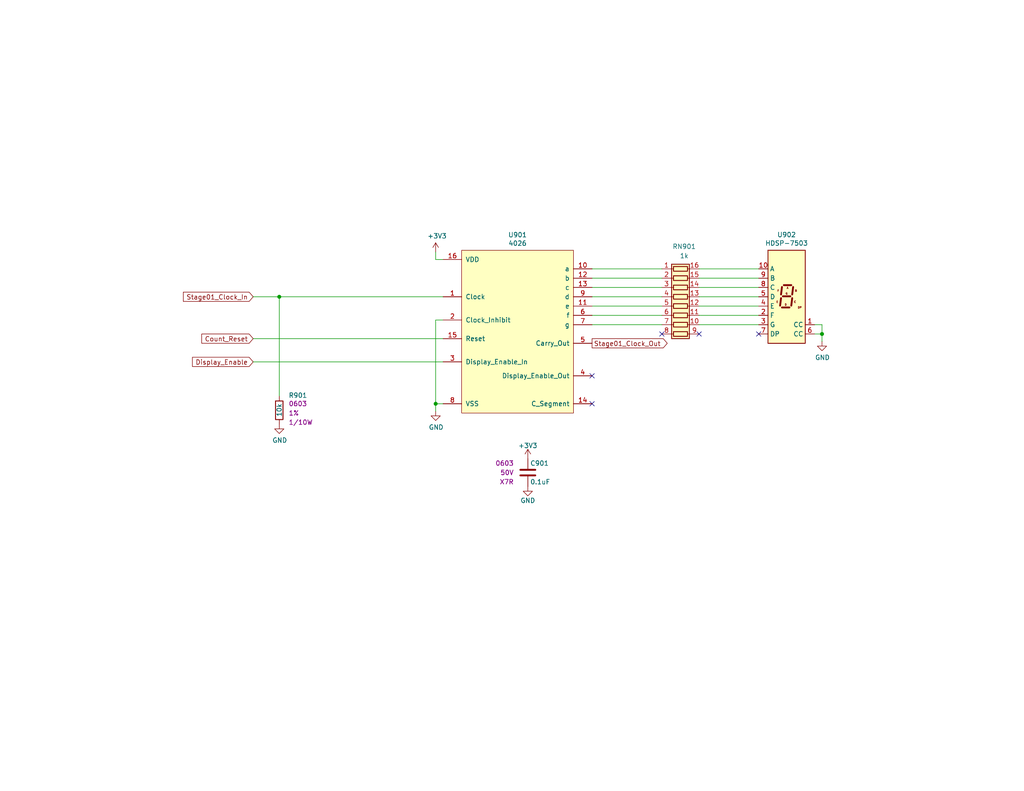
<source format=kicad_sch>
(kicad_sch (version 20230121) (generator eeschema)
  (paper "A")
  (title_block (title "Incrementor") (date "2019-09-03") (rev "A") (company "Drew Maatman"))
  (lib_symbols
    (symbol "Custom_Library:4026" (pin_names (offset 1.016))
      (property "Reference" "U" (at 30.48 -43.18 0))
      (property "Value" "4026" (at 20.32 3.81 0))
      (symbol "4026_0_1"
        (rectangle (start 5.08 2.54) (end 35.56 -41.91) (fill (type background)))
      )
      (symbol "4026_1_1"
        (pin input line (at 0 -10.16 0) (length 5.08) (name "Clock") (number "1"))
        (pin output line (at 40.64 -2.54 180) (length 5.08) (name "a") (number "10"))
        (pin output line (at 40.64 -12.7 180) (length 5.08) (name "e") (number "11"))
        (pin output line (at 40.64 -5.08 180) (length 5.08) (name "b") (number "12"))
        (pin output line (at 40.64 -7.62 180) (length 5.08) (name "c") (number "13"))
        (pin output line (at 40.64 -39.37 180) (length 5.08) (name "C_Segment") (number "14"))
        (pin input line (at 0 -21.59 0) (length 5.08) (name "Reset") (number "15"))
        (pin power_in line (at 0 0 0) (length 5.08) (name "VDD") (number "16"))
        (pin input line (at 0 -16.51 0) (length 5.08) (name "Clock_Inhibit") (number "2"))
        (pin input line (at 0 -27.94 0) (length 5.08) (name "Display_Enable_In") (number "3"))
        (pin output line (at 40.64 -31.75 180) (length 5.08) (name "Display_Enable_Out") (number "4"))
        (pin output line (at 40.64 -22.86 180) (length 5.08) (name "Carry_Out") (number "5"))
        (pin output line (at 40.64 -15.24 180) (length 5.08) (name "f") (number "6"))
        (pin output line (at 40.64 -17.78 180) (length 5.08) (name "g") (number "7"))
        (pin power_in line (at 0 -39.37 0) (length 5.08) (name "VSS") (number "8"))
        (pin output line (at 40.64 -10.16 180) (length 5.08) (name "d") (number "9"))
      )
    )
    (symbol "Custom_Library:C_Custom" (pin_numbers hide) (pin_names (offset 0.254))
      (property "Reference" "C" (at 0.635 2.54 0))
      (property "Value" "C_Custom" (at 0.635 -2.54 0))
      (property "display_footprint" "Foot" (at -3.81 2.54 0))
      (property "Voltage" "V" (at -3.81 0 0))
      (property "Dielectric" "Er" (at -3.81 -2.54 0))
      (symbol "C_Custom_0_1"
        (polyline (pts (xy -2.032 -0.762) (xy 2.032 -0.762)) (stroke (width 0.508)))
        (polyline (pts (xy -2.032 0.762) (xy 2.032 0.762)) (stroke (width 0.508)))
      )
      (symbol "C_Custom_1_1"
        (pin passive line (at 0 3.81 270) (length 2.794) (name "~") (number "1"))
        (pin passive line (at 0 -3.81 90) (length 2.794) (name "~") (number "2"))
      )
    )
    (symbol "Custom_Library:R_Custom" (pin_numbers hide) (pin_names (offset 1.016) hide)
      (property "Reference" "R" (at -2.54 0 90))
      (property "Value" "R_Custom" (at 0 0 90))
      (property "display_footprint" "Foot" (at 2.54 0 90))
      (property "Tolerance" "Tol" (at 5.08 0 90))
      (property "Wattage" "W" (at 7.62 0 90))
      (symbol "R_Custom_0_1"
        (rectangle (start 1.016 2.54) (end -1.016 -2.54) (stroke (width 0.254)))
      )
      (symbol "R_Custom_1_1"
        (pin passive line (at 0 3.81 270) (length 1.27) (name "1") (number "1"))
        (pin passive line (at 0 -3.81 90) (length 1.27) (name "2") (number "2"))
      )
    )
    (symbol "Device:R_Pack08" (pin_names (offset 0) hide)
      (property "Reference" "RN" (at -12.7 0 90))
      (property "Value" "R_Pack08" (at 10.16 0 90))
      (symbol "R_Pack08_0_1"
        (rectangle (start -11.43 -2.413) (end 8.89 2.413) (stroke (width 0.254)) (fill (type background)))
        (rectangle (start -10.795 1.905) (end -9.525 -1.905) (stroke (width 0.254)))
        (rectangle (start -8.255 1.905) (end -6.985 -1.905) (stroke (width 0.254)))
        (rectangle (start -5.715 1.905) (end -4.445 -1.905) (stroke (width 0.254)))
        (rectangle (start -3.175 1.905) (end -1.905 -1.905) (stroke (width 0.254)))
        (rectangle (start -0.635 1.905) (end 0.635 -1.905) (stroke (width 0.254)))
        (polyline (pts (xy -10.16 -2.54) (xy -10.16 -1.905)))
        (polyline (pts (xy -10.16 1.905) (xy -10.16 2.54)))
        (polyline (pts (xy -7.62 -2.54) (xy -7.62 -1.905)))
        (polyline (pts (xy -7.62 1.905) (xy -7.62 2.54)))
        (polyline (pts (xy -5.08 -2.54) (xy -5.08 -1.905)))
        (polyline (pts (xy -5.08 1.905) (xy -5.08 2.54)))
        (polyline (pts (xy -2.54 -2.54) (xy -2.54 -1.905)))
        (polyline (pts (xy -2.54 1.905) (xy -2.54 2.54)))
        (polyline (pts (xy 0 -2.54) (xy 0 -1.905)))
        (polyline (pts (xy 0 1.905) (xy 0 2.54)))
        (polyline (pts (xy 2.54 -2.54) (xy 2.54 -1.905)))
        (polyline (pts (xy 2.54 1.905) (xy 2.54 2.54)))
        (polyline (pts (xy 5.08 -2.54) (xy 5.08 -1.905)))
        (polyline (pts (xy 5.08 1.905) (xy 5.08 2.54)))
        (polyline (pts (xy 7.62 -2.54) (xy 7.62 -1.905)))
        (polyline (pts (xy 7.62 1.905) (xy 7.62 2.54)))
        (rectangle (start 1.905 1.905) (end 3.175 -1.905) (stroke (width 0.254)))
        (rectangle (start 4.445 1.905) (end 5.715 -1.905) (stroke (width 0.254)))
        (rectangle (start 6.985 1.905) (end 8.255 -1.905) (stroke (width 0.254)))
      )
      (symbol "R_Pack08_1_1"
        (pin passive line (at -10.16 -5.08 90) (length 2.54) (name "R1.1") (number "1"))
        (pin passive line (at 5.08 5.08 270) (length 2.54) (name "R7.2") (number "10"))
        (pin passive line (at 2.54 5.08 270) (length 2.54) (name "R6.2") (number "11"))
        (pin passive line (at 0 5.08 270) (length 2.54) (name "R5.2") (number "12"))
        (pin passive line (at -2.54 5.08 270) (length 2.54) (name "R4.2") (number "13"))
        (pin passive line (at -5.08 5.08 270) (length 2.54) (name "R3.2") (number "14"))
        (pin passive line (at -7.62 5.08 270) (length 2.54) (name "R2.2") (number "15"))
        (pin passive line (at -10.16 5.08 270) (length 2.54) (name "R1.2") (number "16"))
        (pin passive line (at -7.62 -5.08 90) (length 2.54) (name "R2.1") (number "2"))
        (pin passive line (at -5.08 -5.08 90) (length 2.54) (name "R3.1") (number "3"))
        (pin passive line (at -2.54 -5.08 90) (length 2.54) (name "R4.1") (number "4"))
        (pin passive line (at 0 -5.08 90) (length 2.54) (name "R5.1") (number "5"))
        (pin passive line (at 2.54 -5.08 90) (length 2.54) (name "R6.1") (number "6"))
        (pin passive line (at 5.08 -5.08 90) (length 2.54) (name "R7.1") (number "7"))
        (pin passive line (at 7.62 -5.08 90) (length 2.54) (name "R8.1") (number "8"))
        (pin passive line (at 7.62 5.08 270) (length 2.54) (name "R8.2") (number "9"))
      )
    )
    (symbol "Display_Character:HDSP-7503"
      (property "Reference" "U" (at -3.81 13.97 0))
      (property "Value" "HDSP-7503" (at 6.35 13.97 0))
      (symbol "HDSP-7503_1_0"
        (text "A" (at 0.254 2.413 0) (effects (font (size 0.508 0.508))))
        (text "B" (at 2.54 1.651 0) (effects (font (size 0.508 0.508))))
        (text "C" (at 2.286 -1.397 0) (effects (font (size 0.508 0.508))))
        (text "D" (at -0.254 -2.159 0) (effects (font (size 0.508 0.508))))
        (text "DP" (at 3.556 -2.921 0) (effects (font (size 0.508 0.508))))
        (text "E" (at -2.54 -1.397 0) (effects (font (size 0.508 0.508))))
        (text "F" (at -2.286 1.651 0) (effects (font (size 0.508 0.508))))
        (text "G" (at 0 0.889 0) (effects (font (size 0.508 0.508))))
      )
      (symbol "HDSP-7503_1_1"
        (rectangle (start -5.08 12.7) (end 5.08 -12.7) (stroke (width 0.254)) (fill (type background)))
        (polyline (pts (xy -1.524 -0.381) (xy -1.778 -2.413)) (stroke (width 0.508)))
        (polyline (pts (xy -1.27 -2.921) (xy 0.762 -2.921)) (stroke (width 0.508)))
        (polyline (pts (xy -1.27 2.667) (xy -1.524 0.635)) (stroke (width 0.508)))
        (polyline (pts (xy -1.016 0.127) (xy 1.016 0.127)) (stroke (width 0.508)))
        (polyline (pts (xy -0.762 3.175) (xy 1.27 3.175)) (stroke (width 0.508)))
        (polyline (pts (xy 1.524 -0.381) (xy 1.27 -2.413)) (stroke (width 0.508)))
        (polyline (pts (xy 1.778 2.667) (xy 1.524 0.635)) (stroke (width 0.508)))
        (polyline (pts (xy 2.54 -2.921) (xy 2.54 -2.921)) (stroke (width 0.508)))
        (pin input line (at 7.62 -7.62 180) (length 2.54) (name "CC") (number "1"))
        (pin input line (at -7.62 7.62 0) (length 2.54) (name "A") (number "10"))
        (pin input line (at -7.62 -5.08 0) (length 2.54) (name "F") (number "2"))
        (pin input line (at -7.62 -7.62 0) (length 2.54) (name "G") (number "3"))
        (pin input line (at -7.62 -2.54 0) (length 2.54) (name "E") (number "4"))
        (pin input line (at -7.62 0 0) (length 2.54) (name "D") (number "5"))
        (pin input line (at 7.62 -10.16 180) (length 2.54) (name "CC") (number "6"))
        (pin input line (at -7.62 -10.16 0) (length 2.54) (name "DP") (number "7"))
        (pin input line (at -7.62 2.54 0) (length 2.54) (name "C") (number "8"))
        (pin input line (at -7.62 5.08 0) (length 2.54) (name "B") (number "9"))
      )
    )
    (symbol "Incrementor-rescue:+3.3V-power" (power) (pin_names (offset 0))
      (property "Value" "+3.3V-power" (at 0 3.556 0))
      (symbol "+3.3V-power_0_1"
        (polyline (pts (xy -0.762 1.27) (xy 0 2.54)))
        (polyline (pts (xy 0 0) (xy 0 2.54)))
        (polyline (pts (xy 0 2.54) (xy 0.762 1.27)))
      )
      (symbol "+3.3V-power_1_1"
        (pin power_in line (at 0 0 90) (length 0) hide (name "+3V3") (number "1"))
      )
    )
    (symbol "power:GND" (power) (pin_names (offset 0))
      (property "Value" "GND" (at 0 -3.81 0))
      (symbol "GND_0_1"
        (polyline (pts (xy 0 0) (xy 0 -1.27) (xy 1.27 -1.27) (xy 0 -2.54) (xy -1.27 -1.27) (xy 0 -1.27)))
      )
      (symbol "GND_1_1"
        (pin power_in line (at 0 0 270) (length 0) hide (name "GND") (number "1"))
      )
    )
  )
  (junction (at 76.2 81.026))
  (junction (at 224.282 91.186))
  (junction (at 118.872 110.236))
  (no_connect (at 161.544 110.236))
  (no_connect (at 207.01 91.186))
  (no_connect (at 180.594 91.186))
  (no_connect (at 161.544 102.616))
  (no_connect (at 190.754 91.186))
  (wire (pts (xy 224.282 91.186) (xy 224.282 88.646)))
  (wire (pts (xy 120.904 81.026) (xy 76.2 81.026)))
  (wire (pts (xy 190.754 83.566) (xy 207.01 83.566)))
  (wire (pts (xy 161.544 88.646) (xy 180.594 88.646)))
  (wire (pts (xy 118.872 87.376) (xy 118.872 110.236)))
  (wire (pts (xy 69.088 98.806) (xy 120.904 98.806)))
  (wire (pts (xy 190.754 86.106) (xy 207.01 86.106)))
  (wire (pts (xy 161.544 78.486) (xy 180.594 78.486)))
  (wire (pts (xy 190.754 73.406) (xy 207.01 73.406)))
  (wire (pts (xy 161.544 81.026) (xy 180.594 81.026)))
  (wire (pts (xy 190.754 75.946) (xy 207.01 75.946)))
  (wire (pts (xy 120.904 87.376) (xy 118.872 87.376)))
  (wire (pts (xy 190.754 88.646) (xy 207.01 88.646)))
  (wire (pts (xy 190.754 81.026) (xy 207.01 81.026)))
  (wire (pts (xy 118.872 110.236) (xy 120.904 110.236)))
  (wire (pts (xy 222.25 91.186) (xy 224.282 91.186)))
  (wire (pts (xy 161.544 86.106) (xy 180.594 86.106)))
  (wire (pts (xy 76.2 81.026) (xy 76.2 108.204)))
  (wire (pts (xy 190.754 78.486) (xy 207.01 78.486)))
  (wire (pts (xy 161.544 83.566) (xy 180.594 83.566)))
  (wire (pts (xy 69.088 92.456) (xy 120.904 92.456)))
  (wire (pts (xy 118.872 68.834) (xy 118.872 70.866)))
  (wire (pts (xy 118.872 70.866) (xy 120.904 70.866)))
  (wire (pts (xy 224.282 88.646) (xy 222.25 88.646)))
  (wire (pts (xy 161.544 73.406) (xy 180.594 73.406)))
  (wire (pts (xy 118.872 112.268) (xy 118.872 110.236)))
  (wire (pts (xy 69.088 81.026) (xy 76.2 81.026)))
  (wire (pts (xy 161.544 75.946) (xy 180.594 75.946)))
  (wire (pts (xy 224.282 93.218) (xy 224.282 91.186)))
  (global_label "Count_Reset" (shape input) (at 69.088 92.456 180) (property "Intersheetrefs" "${INTERSHEET_REFS}" (effects hide)))
  (global_label "Stage01_Clock_Out" (shape output) (at 161.544 93.726 0) (property "Intersheetrefs" "${INTERSHEET_REFS}" (effects hide)))
  (global_label "Display_Enable" (shape input) (at 69.088 98.806 180) (property "Intersheetrefs" "${INTERSHEET_REFS}" (effects hide)))
  (global_label "Stage01_Clock_In" (shape input) (at 69.088 81.026 180) (property "Intersheetrefs" "${INTERSHEET_REFS}" (effects hide)))
  (symbol (lib_id "Custom_Library:4026") (at 120.904 70.866 0) (unit 1)
    (property "Reference" "U901" (at 141.224 64.135 0))
    (property "Value" "4026" (at 141.224 66.4464 0))
    (property "Footprint" "Housings_SSOP:TSSOP-16_4.4x5mm_Pitch0.65mm" (effects hide))
    (property "Digi-Key PN" "296-32878-5-ND" (effects hide))
  )
  (symbol (lib_id "Incrementor-rescue:+3.3V-power") (at 118.872 68.834 0) (unit 1)
    (property "Reference" "#PWR0904" (effects hide))
    (property "Value" "+3.3V" (at 119.253 64.4398 0))
  )
  (symbol (lib_id "power:GND") (at 118.872 112.268 0) (unit 1)
    (property "Reference" "#PWR0905" (effects hide))
    (property "Value" "GND" (at 118.999 116.6622 0))
  )
  (symbol (lib_id "Device:R_Pack08") (at 185.674 83.566 270) (unit 1)
    (property "Reference" "RN901" (at 186.69 67.31 90))
    (property "Value" "1k" (at 186.69 69.85 90))
    (property "Footprint" "Resistor_SMD:R_Cat16-8" (effects hide))
    (property "Digi-Key PN" "CAT16-102J8LFCT-ND" (effects hide))
  )
  (symbol (lib_id "Display_Character:HDSP-7503") (at 214.63 81.026 0) (unit 1)
    (property "Reference" "U902" (at 214.63 64.0842 0))
    (property "Value" "HDSP-7503" (at 214.63 66.3956 0))
    (property "Footprint" "Display_7Segment:HDSP-A151" (effects hide))
    (property "Datasheet" "https://docs.broadcom.com/docs/AV02-2553EN" (effects hide))
    (property "Digi-Key PN" "516-1203-5-ND" (effects hide))
  )
  (symbol (lib_id "power:GND") (at 224.282 93.218 0) (unit 1)
    (property "Reference" "#PWR0908" (effects hide))
    (property "Value" "GND" (at 224.409 97.6122 0))
  )
  (symbol (lib_id "Custom_Library:R_Custom") (at 76.2 112.014 0) (unit 1)
    (property "Reference" "R901" (at 78.74 107.95 0) (effects (justify left)))
    (property "Value" "10k" (at 76.2 113.792 90) (effects (justify left)))
    (property "Footprint" "Resistors_SMD:R_0603" (effects hide))
    (property "display_footprint" "0603" (at 78.74 110.236 0) (effects (justify left)))
    (property "Tolerance" "1%" (at 78.74 112.776 0) (effects (justify left)))
    (property "Wattage" "1/10W" (at 78.74 115.316 0) (effects (justify left)))
    (property "Digi-Key PN" "RMCF0603FT10K0CT-ND" (effects hide))
  )
  (symbol (lib_id "power:GND") (at 76.2 115.824 0) (unit 1)
    (property "Reference" "#PWR0901" (effects hide))
    (property "Value" "GND" (at 76.327 120.2182 0))
  )
  (symbol (lib_id "Custom_Library:C_Custom") (at 144.018 129.032 0) (unit 1)
    (property "Reference" "C901" (at 144.653 126.492 0) (effects (justify left)))
    (property "Value" "0.1uF" (at 144.653 131.572 0) (effects (justify left)))
    (property "Footprint" "Capacitors_SMD:C_0603" (effects hide))
    (property "display_footprint" "0603" (at 140.208 126.492 0) (effects (justify right)))
    (property "Voltage" "50V" (at 140.208 129.032 0) (effects (justify right)))
    (property "Dielectric" "X7R" (at 140.208 131.572 0) (effects (justify right)))
    (property "Digi-Key PN" "311-1344-1-ND" (effects hide))
  )
  (symbol (lib_id "power:GND") (at 144.018 132.842 0) (unit 1)
    (property "Reference" "#PWR0907" (effects hide))
    (property "Value" "GND" (at 144.018 136.652 0))
  )
  (symbol (lib_id "Incrementor-rescue:+3.3V-power") (at 144.018 125.222 0) (unit 1)
    (property "Reference" "#PWR0906" (effects hide))
    (property "Value" "+3.3V" (at 144.018 121.666 0))
  )
)
</source>
